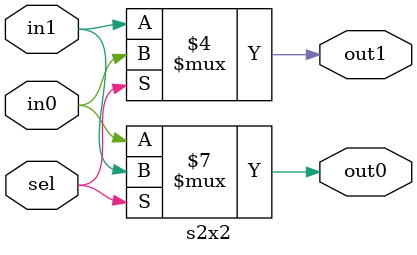
<source format=v>
module s2x2(
    input in0, in1, sel,
    output reg out0, out1
);

  always @* begin
    // sel = 0, parallel
    if (sel == 0) begin
      out0 = in0;
      out1 = in1;
    end

    // sel = 1, cross
    else begin
      out0 = in1;
      out1 = in0;
    end
  end

endmodule

</source>
